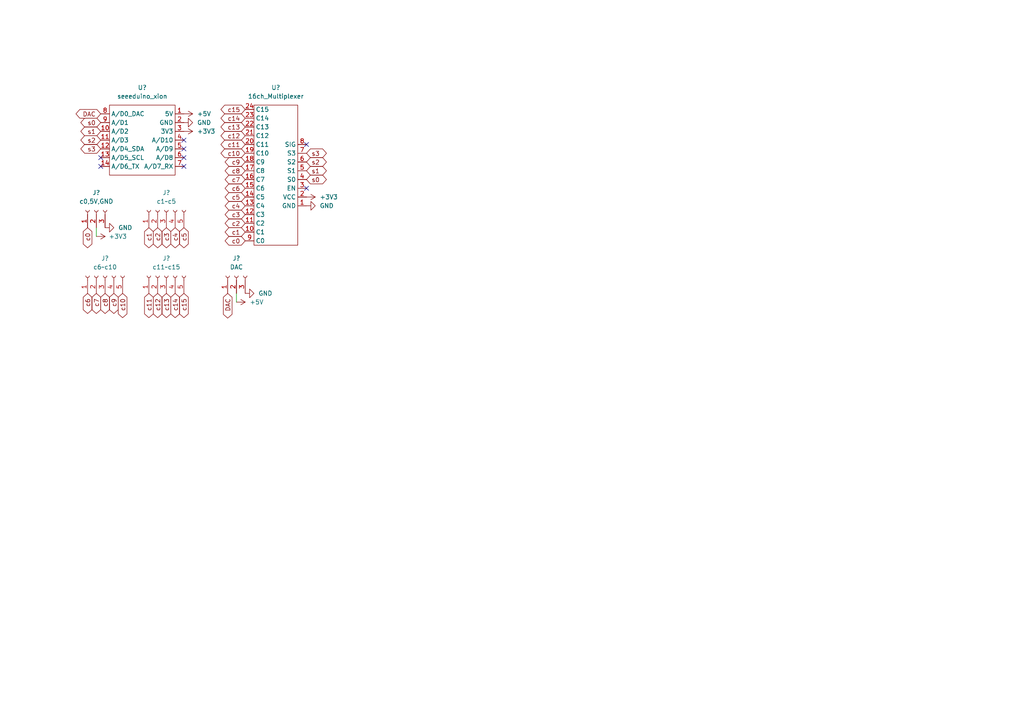
<source format=kicad_sch>
(kicad_sch (version 20211123) (generator eeschema)
  (paper "A4")
  (lib_symbols
    (symbol "Connector:Conn_01x03_Female" (pin_names (offset 1.016) hide)
      (property "Reference" "J" (at 0 5.08 0))
      (property "Value" "Conn_01x03_Female" (at 0 -5.08 0))
      (symbol "Conn_01x03_Female_1_1"
        (arc (start 0 -2.032) (mid -0.508 -2.54) (end 0 -3.048) (stroke (width 0.1524)))
        (polyline (pts (xy -1.27 -2.54) (xy -0.508 -2.54)) (stroke (width 0.1524)))
        (polyline (pts (xy -1.27 0) (xy -0.508 0)) (stroke (width 0.1524)))
        (polyline (pts (xy -1.27 2.54) (xy -0.508 2.54)) (stroke (width 0.1524)))
        (arc (start 0 0.508) (mid -0.508 0) (end 0 -0.508) (stroke (width 0.1524)))
        (arc (start 0 3.048) (mid -0.508 2.54) (end 0 2.032) (stroke (width 0.1524)))
        (pin passive line (at -5.08 2.54 0) (length 3.81) (name "Pin_1") (number "1"))
        (pin passive line (at -5.08 0 0) (length 3.81) (name "Pin_2") (number "2"))
        (pin passive line (at -5.08 -2.54 0) (length 3.81) (name "Pin_3") (number "3"))
      )
    )
    (symbol "Connector:Conn_01x05_Female" (pin_names (offset 1.016) hide)
      (property "Reference" "J" (at 0 7.62 0))
      (property "Value" "Conn_01x05_Female" (at 0 -7.62 0))
      (symbol "Conn_01x05_Female_1_1"
        (arc (start 0 -4.572) (mid -0.508 -5.08) (end 0 -5.588) (stroke (width 0.1524)))
        (arc (start 0 -2.032) (mid -0.508 -2.54) (end 0 -3.048) (stroke (width 0.1524)))
        (polyline (pts (xy -1.27 -5.08) (xy -0.508 -5.08)) (stroke (width 0.1524)))
        (polyline (pts (xy -1.27 -2.54) (xy -0.508 -2.54)) (stroke (width 0.1524)))
        (polyline (pts (xy -1.27 0) (xy -0.508 0)) (stroke (width 0.1524)))
        (polyline (pts (xy -1.27 2.54) (xy -0.508 2.54)) (stroke (width 0.1524)))
        (polyline (pts (xy -1.27 5.08) (xy -0.508 5.08)) (stroke (width 0.1524)))
        (arc (start 0 0.508) (mid -0.508 0) (end 0 -0.508) (stroke (width 0.1524)))
        (arc (start 0 3.048) (mid -0.508 2.54) (end 0 2.032) (stroke (width 0.1524)))
        (arc (start 0 5.588) (mid -0.508 5.08) (end 0 4.572) (stroke (width 0.1524)))
        (pin passive line (at -5.08 5.08 0) (length 3.81) (name "Pin_1") (number "1"))
        (pin passive line (at -5.08 2.54 0) (length 3.81) (name "Pin_2") (number "2"))
        (pin passive line (at -5.08 0 0) (length 3.81) (name "Pin_3") (number "3"))
        (pin passive line (at -5.08 -2.54 0) (length 3.81) (name "Pin_4") (number "4"))
        (pin passive line (at -5.08 -5.08 0) (length 3.81) (name "Pin_5") (number "5"))
      )
    )
    (symbol "Multiplexer:16ch_Multiplexer"
      (property "Reference" "U" (at 0 0 0))
      (property "Value" "16ch_Multiplexer" (at 0 0 0))
      (symbol "16ch_Multiplexer_0_1"
        (rectangle (start -20.32 -7.62) (end 20.32 -20.32))
      )
      (symbol "16ch_Multiplexer_1_1"
        (pin input line (at -8.89 -22.86 90) (length 2.54) (name "GND") (number "1"))
        (pin input line (at -16.51 -5.08 270) (length 2.54) (name "C1") (number "10"))
        (pin input line (at -13.97 -5.08 270) (length 2.54) (name "C2") (number "11"))
        (pin input line (at -11.43 -5.08 270) (length 2.54) (name "C3") (number "12"))
        (pin input line (at -8.89 -5.08 270) (length 2.54) (name "C4") (number "13"))
        (pin input line (at -6.35 -5.08 270) (length 2.54) (name "C5") (number "14"))
        (pin input line (at -3.81 -5.08 270) (length 2.54) (name "C6") (number "15"))
        (pin input line (at -1.27 -5.08 270) (length 2.54) (name "C7") (number "16"))
        (pin input line (at 1.27 -5.08 270) (length 2.54) (name "C8") (number "17"))
        (pin input line (at 3.81 -5.08 270) (length 2.54) (name "C9") (number "18"))
        (pin input line (at 6.35 -5.08 270) (length 2.54) (name "C10") (number "19"))
        (pin input line (at -6.35 -22.86 90) (length 2.54) (name "VCC") (number "2"))
        (pin input line (at 8.89 -5.08 270) (length 2.54) (name "C11") (number "20"))
        (pin input line (at 11.43 -5.08 270) (length 2.54) (name "C12") (number "21"))
        (pin input line (at 13.97 -5.08 270) (length 2.54) (name "C13") (number "22"))
        (pin input line (at 16.51 -5.08 270) (length 2.54) (name "C14") (number "23"))
        (pin input line (at 19.05 -5.08 270) (length 2.54) (name "C15") (number "24"))
        (pin input line (at -3.81 -22.86 90) (length 2.54) (name "EN") (number "3"))
        (pin input line (at -1.27 -22.86 90) (length 2.54) (name "S0") (number "4"))
        (pin input line (at 1.27 -22.86 90) (length 2.54) (name "S1") (number "5"))
        (pin input line (at 3.81 -22.86 90) (length 2.54) (name "S2") (number "6"))
        (pin input line (at 6.35 -22.86 90) (length 2.54) (name "S3") (number "7"))
        (pin input line (at 8.89 -22.86 90) (length 2.54) (name "SIG") (number "8"))
        (pin input line (at -19.05 -5.08 270) (length 2.54) (name "C0") (number "9"))
      )
    )
    (symbol "power:+3V3" (power) (pin_names (offset 0))
      (property "Value" "+3V3" (at 0 3.556 0))
      (symbol "+3V3_0_1"
        (polyline (pts (xy -0.762 1.27) (xy 0 2.54)))
        (polyline (pts (xy 0 0) (xy 0 2.54)))
        (polyline (pts (xy 0 2.54) (xy 0.762 1.27)))
      )
      (symbol "+3V3_1_1"
        (pin power_in line (at 0 0 90) (length 0) hide (name "+3V3") (number "1"))
      )
    )
    (symbol "power:+5V" (power) (pin_names (offset 0))
      (property "Value" "+5V" (at 0 3.556 0))
      (symbol "+5V_0_1"
        (polyline (pts (xy -0.762 1.27) (xy 0 2.54)))
        (polyline (pts (xy 0 0) (xy 0 2.54)))
        (polyline (pts (xy 0 2.54) (xy 0.762 1.27)))
      )
      (symbol "+5V_1_1"
        (pin power_in line (at 0 0 90) (length 0) hide (name "+5V") (number "1"))
      )
    )
    (symbol "power:GND" (power) (pin_names (offset 0))
      (property "Value" "GND" (at 0 -3.81 0))
      (symbol "GND_0_1"
        (polyline (pts (xy 0 0) (xy 0 -1.27) (xy 1.27 -1.27) (xy 0 -2.54) (xy -1.27 -1.27) (xy 0 -1.27)))
      )
      (symbol "GND_1_1"
        (pin power_in line (at 0 0 270) (length 0) hide (name "GND") (number "1"))
      )
    )
    (symbol "seeeduino_xiao:seeeduino_xion"
      (property "Reference" "U" (at 0 0 0))
      (property "Value" "seeeduino_xion" (at 0 0 0))
      (symbol "seeeduino_xion_0_1"
        (rectangle (start -10.16 -1.27) (end 8.89 -21.59))
      )
      (symbol "seeeduino_xion_1_1"
        (pin input line (at 11.43 -3.81 180) (length 2.54) (name "5V") (number "1"))
        (pin input line (at -12.7 -8.89 0) (length 2.54) (name "A/D2") (number "10"))
        (pin input line (at -12.7 -11.43 0) (length 2.54) (name "A/D3") (number "11"))
        (pin input line (at -12.7 -13.97 0) (length 2.54) (name "A/D4_SDA") (number "12"))
        (pin input line (at -12.7 -16.51 0) (length 2.54) (name "A/D5_SCL") (number "13"))
        (pin input line (at -12.7 -19.05 0) (length 2.54) (name "A/D6_TX") (number "14"))
        (pin input line (at 11.43 -6.35 180) (length 2.54) (name "GND") (number "2"))
        (pin input line (at 11.43 -8.89 180) (length 2.54) (name "3V3") (number "3"))
        (pin input line (at 11.43 -11.43 180) (length 2.54) (name "A/D10") (number "4"))
        (pin input line (at 11.43 -13.97 180) (length 2.54) (name "A/D9") (number "5"))
        (pin input line (at 11.43 -16.51 180) (length 2.54) (name "A/D8") (number "6"))
        (pin input line (at 11.43 -19.05 180) (length 2.54) (name "A/D7_RX") (number "7"))
        (pin input line (at -12.7 -3.81 0) (length 2.54) (name "A/D0_DAC") (number "8"))
        (pin input line (at -12.7 -6.35 0) (length 2.54) (name "A/D1") (number "9"))
      )
    )
  )
  (no_connect (at 53.34 48.26))
  (no_connect (at 53.34 43.18))
  (no_connect (at 29.21 48.26))
  (no_connect (at 88.9 54.61))
  (no_connect (at 53.34 40.64))
  (no_connect (at 29.21 45.72))
  (no_connect (at 88.9 41.91))
  (no_connect (at 53.34 45.72))
  (wire (pts (xy 27.94 68.58) (xy 27.94 66.04)))
  (wire (pts (xy 68.58 87.63) (xy 68.58 85.09)))
  (global_label "c7" (shape bidirectional) (at 71.12 52.07 180) (property "Intersheet References" "${INTERSHEET_REFS}" (effects hide)))
  (global_label "c0" (shape bidirectional) (at 25.4 66.04 270) (property "Intersheet References" "${INTERSHEET_REFS}" (effects hide)))
  (global_label "c10" (shape bidirectional) (at 35.56 85.09 270) (property "Intersheet References" "${INTERSHEET_REFS}" (effects hide)))
  (global_label "s3" (shape bidirectional) (at 88.9 44.45 0) (property "Intersheet References" "${INTERSHEET_REFS}" (effects hide)))
  (global_label "s2" (shape bidirectional) (at 29.21 40.64 180) (property "Intersheet References" "${INTERSHEET_REFS}" (effects hide)))
  (global_label "c14" (shape bidirectional) (at 50.8 85.09 270) (property "Intersheet References" "${INTERSHEET_REFS}" (effects hide)))
  (global_label "c13" (shape bidirectional) (at 71.12 36.83 180) (property "Intersheet References" "${INTERSHEET_REFS}" (effects hide)))
  (global_label "c10" (shape bidirectional) (at 71.12 44.45 180) (property "Intersheet References" "${INTERSHEET_REFS}" (effects hide)))
  (global_label "s1" (shape bidirectional) (at 88.9 49.53 0) (property "Intersheet References" "${INTERSHEET_REFS}" (effects hide)))
  (global_label "c6" (shape bidirectional) (at 71.12 54.61 180) (property "Intersheet References" "${INTERSHEET_REFS}" (effects hide)))
  (global_label "s0" (shape bidirectional) (at 88.9 52.07 0) (property "Intersheet References" "${INTERSHEET_REFS}" (effects hide)))
  (global_label "DAC" (shape bidirectional) (at 66.04 85.09 270) (property "Intersheet References" "${INTERSHEET_REFS}" (effects hide)))
  (global_label "c8" (shape bidirectional) (at 30.48 85.09 270) (property "Intersheet References" "${INTERSHEET_REFS}" (effects hide)))
  (global_label "DAC" (shape bidirectional) (at 29.21 33.02 180) (property "Intersheet References" "${INTERSHEET_REFS}" (effects hide)))
  (global_label "c9" (shape bidirectional) (at 71.12 46.99 180) (property "Intersheet References" "${INTERSHEET_REFS}" (effects hide)))
  (global_label "c5" (shape bidirectional) (at 53.34 66.04 270) (property "Intersheet References" "${INTERSHEET_REFS}" (effects hide)))
  (global_label "c2" (shape bidirectional) (at 71.12 64.77 180) (property "Intersheet References" "${INTERSHEET_REFS}" (effects hide)))
  (global_label "c11" (shape bidirectional) (at 43.18 85.09 270) (property "Intersheet References" "${INTERSHEET_REFS}" (effects hide)))
  (global_label "c8" (shape bidirectional) (at 71.12 49.53 180) (property "Intersheet References" "${INTERSHEET_REFS}" (effects hide)))
  (global_label "c14" (shape bidirectional) (at 71.12 34.29 180) (property "Intersheet References" "${INTERSHEET_REFS}" (effects hide)))
  (global_label "c12" (shape bidirectional) (at 71.12 39.37 180) (property "Intersheet References" "${INTERSHEET_REFS}" (effects hide)))
  (global_label "c0" (shape bidirectional) (at 71.12 69.85 180) (property "Intersheet References" "${INTERSHEET_REFS}" (effects hide)))
  (global_label "c15" (shape bidirectional) (at 53.34 85.09 270) (property "Intersheet References" "${INTERSHEET_REFS}" (effects hide)))
  (global_label "s1" (shape bidirectional) (at 29.21 38.1 180) (property "Intersheet References" "${INTERSHEET_REFS}" (effects hide)))
  (global_label "c9" (shape bidirectional) (at 33.02 85.09 270) (property "Intersheet References" "${INTERSHEET_REFS}" (effects hide)))
  (global_label "s3" (shape bidirectional) (at 29.21 43.18 180) (property "Intersheet References" "${INTERSHEET_REFS}" (effects hide)))
  (global_label "c15" (shape bidirectional) (at 71.12 31.75 180) (property "Intersheet References" "${INTERSHEET_REFS}" (effects hide)))
  (global_label "s2" (shape bidirectional) (at 88.9 46.99 0) (property "Intersheet References" "${INTERSHEET_REFS}" (effects hide)))
  (global_label "c7" (shape bidirectional) (at 27.94 85.09 270) (property "Intersheet References" "${INTERSHEET_REFS}" (effects hide)))
  (global_label "c5" (shape bidirectional) (at 71.12 57.15 180) (property "Intersheet References" "${INTERSHEET_REFS}" (effects hide)))
  (global_label "c4" (shape bidirectional) (at 50.8 66.04 270) (property "Intersheet References" "${INTERSHEET_REFS}" (effects hide)))
  (global_label "c4" (shape bidirectional) (at 71.12 59.69 180) (property "Intersheet References" "${INTERSHEET_REFS}" (effects hide)))
  (global_label "c6" (shape bidirectional) (at 25.4 85.09 270) (property "Intersheet References" "${INTERSHEET_REFS}" (effects hide)))
  (global_label "c13" (shape bidirectional) (at 48.26 85.09 270) (property "Intersheet References" "${INTERSHEET_REFS}" (effects hide)))
  (global_label "c2" (shape bidirectional) (at 45.72 66.04 270) (property "Intersheet References" "${INTERSHEET_REFS}" (effects hide)))
  (global_label "c1" (shape bidirectional) (at 71.12 67.31 180) (property "Intersheet References" "${INTERSHEET_REFS}" (effects hide)))
  (global_label "c12" (shape bidirectional) (at 45.72 85.09 270) (property "Intersheet References" "${INTERSHEET_REFS}" (effects hide)))
  (global_label "s0" (shape bidirectional) (at 29.21 35.56 180) (property "Intersheet References" "${INTERSHEET_REFS}" (effects hide)))
  (global_label "c3" (shape bidirectional) (at 48.26 66.04 270) (property "Intersheet References" "${INTERSHEET_REFS}" (effects hide)))
  (global_label "c3" (shape bidirectional) (at 71.12 62.23 180) (property "Intersheet References" "${INTERSHEET_REFS}" (effects hide)))
  (global_label "c1" (shape bidirectional) (at 43.18 66.04 270) (property "Intersheet References" "${INTERSHEET_REFS}" (effects hide)))
  (global_label "c11" (shape bidirectional) (at 71.12 41.91 180) (property "Intersheet References" "${INTERSHEET_REFS}" (effects hide)))
  (symbol (lib_id "Connector:Conn_01x05_Female") (at 30.48 80.01 90) (unit 1)
    (property "Reference" "J?" (at 30.48 74.93 90))
    (property "Value" "c6~c10" (at 30.48 77.47 90))
  )
  (symbol (lib_id "power:+5V") (at 68.58 87.63 270) (unit 1)
    (property "Reference" "#PWR?" (effects hide))
    (property "Value" "+5V" (at 72.39 87.6299 90) (effects (justify left)))
  )
  (symbol (lib_id "seeeduino_xiao:seeeduino_xion") (at 41.91 29.21 0) (unit 1)
    (property "Reference" "U?" (at 41.275 25.4 0))
    (property "Value" "seeeduino_xion" (at 41.275 27.94 0))
  )
  (symbol (lib_id "Connector:Conn_01x05_Female") (at 48.26 80.01 90) (unit 1)
    (property "Reference" "J?" (at 48.26 74.93 90))
    (property "Value" "c11~c15" (at 48.26 77.47 90))
  )
  (symbol (lib_id "power:+3V3") (at 27.94 68.58 270) (unit 1)
    (property "Reference" "#PWR?" (effects hide))
    (property "Value" "+3V3" (at 36.83 68.58 90) (effects (justify right)))
  )
  (symbol (lib_id "power:GND") (at 53.34 35.56 90) (unit 1)
    (property "Reference" "#PWR?" (effects hide))
    (property "Value" "GND" (at 57.15 35.5599 90) (effects (justify right)))
  )
  (symbol (lib_id "power:GND") (at 88.9 59.69 90) (unit 1)
    (property "Reference" "#PWR?" (effects hide))
    (property "Value" "GND" (at 92.71 59.6899 90) (effects (justify right)))
  )
  (symbol (lib_id "Connector:Conn_01x03_Female") (at 68.58 80.01 90) (unit 1)
    (property "Reference" "J?" (at 68.58 74.93 90))
    (property "Value" "DAC" (at 68.58 77.47 90))
  )
  (symbol (lib_id "power:+5V") (at 53.34 33.02 270) (unit 1)
    (property "Reference" "#PWR?" (effects hide))
    (property "Value" "+5V" (at 57.15 33.0199 90) (effects (justify left)))
  )
  (symbol (lib_id "power:GND") (at 30.48 66.04 90) (unit 1)
    (property "Reference" "#PWR?" (effects hide))
    (property "Value" "GND" (at 34.29 66.0399 90) (effects (justify right)))
  )
  (symbol (lib_id "Multiplexer:16ch_Multiplexer") (at 66.04 50.8 90) (unit 1)
    (property "Reference" "U?" (at 80.01 25.4 90))
    (property "Value" "16ch_Multiplexer" (at 80.01 27.94 90))
  )
  (symbol (lib_id "Connector:Conn_01x03_Female") (at 27.94 60.96 90) (unit 1)
    (property "Reference" "J?" (at 27.94 55.88 90))
    (property "Value" "c0,5V,GND" (at 27.94 58.42 90))
  )
  (symbol (lib_id "power:GND") (at 71.12 85.09 90) (unit 1)
    (property "Reference" "#PWR?" (effects hide))
    (property "Value" "GND" (at 74.93 85.0899 90) (effects (justify right)))
  )
  (symbol (lib_id "power:+3V3") (at 88.9 57.15 270) (unit 1)
    (property "Reference" "#PWR?" (effects hide))
    (property "Value" "+3V3" (at 92.71 57.1499 90) (effects (justify left)))
  )
  (symbol (lib_id "power:+3V3") (at 53.34 38.1 270) (unit 1)
    (property "Reference" "#PWR?" (effects hide))
    (property "Value" "+3V3" (at 57.15 38.0999 90) (effects (justify left)))
  )
  (symbol (lib_id "Connector:Conn_01x05_Female") (at 48.26 60.96 90) (unit 1)
    (property "Reference" "J?" (at 48.26 55.88 90))
    (property "Value" "c1~c5" (at 48.26 58.42 90))
  )
)
</source>
